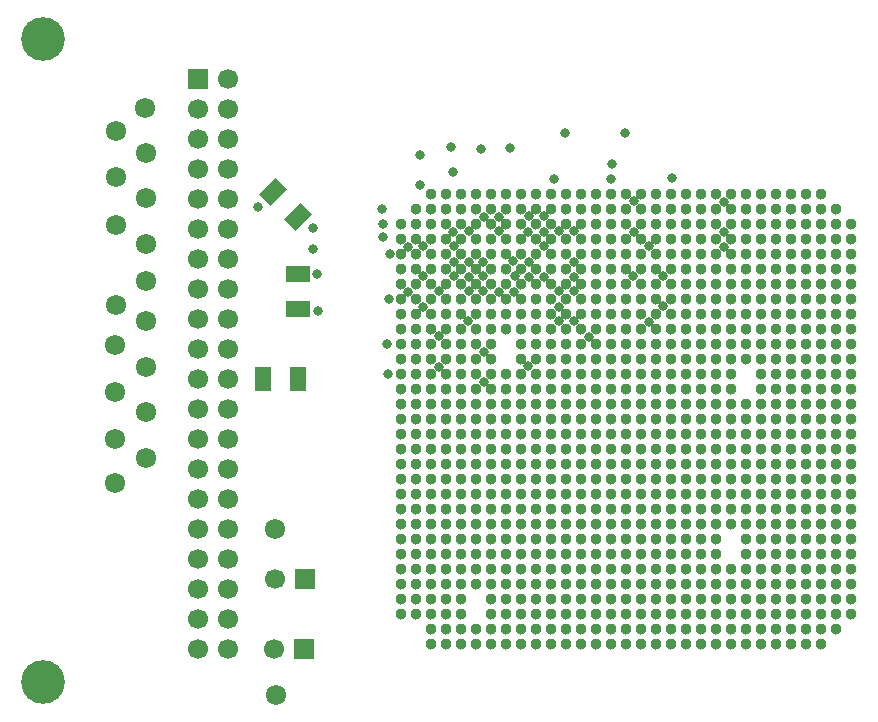
<source format=gts>
%FSLAX44Y44*%
%MOMM*%
G71*
G01*
G75*
G04 Layer_Color=8388736*
%ADD10R,1.8000X1.1500*%
%ADD11C,0.7620*%
G04:AMPARAMS|DCode=12|XSize=1.15mm|YSize=1.8mm|CornerRadius=0mm|HoleSize=0mm|Usage=FLASHONLY|Rotation=135.000|XOffset=0mm|YOffset=0mm|HoleType=Round|Shape=Rectangle|*
%AMROTATEDRECTD12*
4,1,4,1.0430,0.2298,-0.2298,-1.0430,-1.0430,-0.2298,0.2298,1.0430,1.0430,0.2298,0.0*
%
%ADD12ROTATEDRECTD12*%

%ADD13R,1.1500X1.8000*%
%ADD14C,0.1500*%
%ADD15C,1.5000*%
%ADD16R,1.5000X1.5000*%
%ADD17R,1.5000X1.5000*%
%ADD18C,1.5240*%
%ADD19C,3.5000*%
%ADD20C,0.6000*%
%ADD21R,1.7000X1.1000*%
%ADD22R,1.1000X1.7000*%
G04:AMPARAMS|DCode=23|XSize=1.7mm|YSize=1.1mm|CornerRadius=0mm|HoleSize=0mm|Usage=FLASHONLY|Rotation=45.000|XOffset=0mm|YOffset=0mm|HoleType=Round|Shape=Rectangle|*
%AMROTATEDRECTD23*
4,1,4,-0.2121,-0.9900,-0.9900,-0.2121,0.2121,0.9900,0.9900,0.2121,-0.2121,-0.9900,0.0*
%
%ADD23ROTATEDRECTD23*%

%ADD24C,0.6000*%
%ADD25C,0.1000*%
%ADD26C,0.2540*%
%ADD27C,0.2000*%
%ADD28C,0.0178*%
%ADD29C,0.2032*%
%ADD30R,2.0000X1.3500*%
%ADD31C,0.9620*%
G04:AMPARAMS|DCode=32|XSize=1.35mm|YSize=2mm|CornerRadius=0mm|HoleSize=0mm|Usage=FLASHONLY|Rotation=135.000|XOffset=0mm|YOffset=0mm|HoleType=Round|Shape=Rectangle|*
%AMROTATEDRECTD32*
4,1,4,1.1844,0.2298,-0.2298,-1.1844,-1.1844,-0.2298,0.2298,1.1844,1.1844,0.2298,0.0*
%
%ADD32ROTATEDRECTD32*%

%ADD33R,1.3500X2.0000*%
%ADD34C,1.7000*%
%ADD35R,1.7000X1.7000*%
%ADD36R,1.7000X1.7000*%
%ADD37C,1.7240*%
%ADD38C,3.7000*%
%ADD39C,0.8000*%
D30*
X615724Y853412D02*
D03*
Y883412D02*
D03*
D31*
X702818Y849376D02*
D03*
X715518D02*
D03*
X702818Y874776D02*
D03*
X715518D02*
D03*
Y862076D02*
D03*
X728218D02*
D03*
X779018Y874776D02*
D03*
X791718D02*
D03*
X829818Y849376D02*
D03*
X842518D02*
D03*
X1071118Y582676D02*
D03*
X1058418D02*
D03*
X1045718D02*
D03*
X1033018D02*
D03*
X1020318D02*
D03*
X1007618D02*
D03*
X994918D02*
D03*
X982218D02*
D03*
X969518D02*
D03*
X956818D02*
D03*
X944118D02*
D03*
X931418D02*
D03*
X918718D02*
D03*
X906018D02*
D03*
X893318D02*
D03*
X880618D02*
D03*
X867918D02*
D03*
X855218D02*
D03*
X842518D02*
D03*
X829818D02*
D03*
X817118D02*
D03*
X804418D02*
D03*
X791718D02*
D03*
X779018D02*
D03*
X766318D02*
D03*
X753618D02*
D03*
X740918D02*
D03*
X728218D02*
D03*
Y950976D02*
D03*
X740918D02*
D03*
X753618D02*
D03*
X766318D02*
D03*
X779018D02*
D03*
X791718D02*
D03*
X804418D02*
D03*
X817118D02*
D03*
X829818D02*
D03*
X842518D02*
D03*
X855218D02*
D03*
X867918D02*
D03*
X880618D02*
D03*
X893318D02*
D03*
X906018D02*
D03*
X918718D02*
D03*
X931418D02*
D03*
X944118D02*
D03*
X956818D02*
D03*
X969518D02*
D03*
X982218D02*
D03*
X994918D02*
D03*
X1007618D02*
D03*
X1020318D02*
D03*
X1033018D02*
D03*
X1045718D02*
D03*
X1058418D02*
D03*
X715518Y938276D02*
D03*
X728218D02*
D03*
X740918D02*
D03*
X753618D02*
D03*
X766318D02*
D03*
X779018D02*
D03*
X791718D02*
D03*
X804418D02*
D03*
X817118D02*
D03*
X829818D02*
D03*
X842518D02*
D03*
X855218D02*
D03*
X867918D02*
D03*
X880618D02*
D03*
X893318D02*
D03*
X906018D02*
D03*
X918718D02*
D03*
X931418D02*
D03*
X944118D02*
D03*
X956818D02*
D03*
X969518D02*
D03*
X982218D02*
D03*
X994918D02*
D03*
X1007618D02*
D03*
X1020318D02*
D03*
X1033018D02*
D03*
X1045718D02*
D03*
X1058418D02*
D03*
X1071118D02*
D03*
X855218Y925576D02*
D03*
X867918D02*
D03*
X880618D02*
D03*
X893318D02*
D03*
X906018D02*
D03*
X918718D02*
D03*
X931418D02*
D03*
X944118D02*
D03*
X956818D02*
D03*
X969518D02*
D03*
X982218D02*
D03*
X994918D02*
D03*
X1007618D02*
D03*
X1020318D02*
D03*
X1033018D02*
D03*
X1045718D02*
D03*
X1058418D02*
D03*
X1071118D02*
D03*
X1083818D02*
D03*
X855218Y912876D02*
D03*
X867918D02*
D03*
X880618D02*
D03*
X893318D02*
D03*
X906018D02*
D03*
X918718D02*
D03*
X931418D02*
D03*
X944118D02*
D03*
X956818D02*
D03*
X969518D02*
D03*
X982218D02*
D03*
X994918D02*
D03*
X1007618D02*
D03*
X1020318D02*
D03*
X1033018D02*
D03*
X1045718D02*
D03*
X1058418D02*
D03*
X1071118D02*
D03*
X1083818D02*
D03*
X855218Y900176D02*
D03*
X867918D02*
D03*
X880618D02*
D03*
X893318D02*
D03*
X906018D02*
D03*
X918718D02*
D03*
X931418D02*
D03*
X944118D02*
D03*
X956818D02*
D03*
X969518D02*
D03*
X982218D02*
D03*
X994918D02*
D03*
X1007618D02*
D03*
X1020318D02*
D03*
X1033018D02*
D03*
X1045718D02*
D03*
X1058418D02*
D03*
X1071118D02*
D03*
X1083818D02*
D03*
X855218Y887476D02*
D03*
X867918D02*
D03*
X880618D02*
D03*
X893318D02*
D03*
X906018D02*
D03*
X918718D02*
D03*
X931418D02*
D03*
X944118D02*
D03*
X956818D02*
D03*
X969518D02*
D03*
X982218D02*
D03*
X994918D02*
D03*
X1007618D02*
D03*
X1020318D02*
D03*
X1033018D02*
D03*
X1045718D02*
D03*
X1058418D02*
D03*
X1071118D02*
D03*
X1083818D02*
D03*
X855218Y874776D02*
D03*
X867918D02*
D03*
X880618D02*
D03*
X893318D02*
D03*
X906018D02*
D03*
X918718D02*
D03*
X931418D02*
D03*
X944118D02*
D03*
X956818D02*
D03*
X969518D02*
D03*
X982218D02*
D03*
X994918D02*
D03*
X1007618D02*
D03*
X1020318D02*
D03*
X1033018D02*
D03*
X1045718D02*
D03*
X1058418D02*
D03*
X1071118D02*
D03*
X1083818D02*
D03*
X855218Y862076D02*
D03*
X867918D02*
D03*
X880618D02*
D03*
X893318D02*
D03*
X906018D02*
D03*
X918718D02*
D03*
X931418D02*
D03*
X944118D02*
D03*
X956818D02*
D03*
X969518D02*
D03*
X982218D02*
D03*
X994918D02*
D03*
X1007618D02*
D03*
X1020318D02*
D03*
X1033018D02*
D03*
X1045718D02*
D03*
X1058418D02*
D03*
X1071118D02*
D03*
X1083818D02*
D03*
X855218Y849376D02*
D03*
X867918D02*
D03*
X880618D02*
D03*
X893318D02*
D03*
X906018D02*
D03*
X918718D02*
D03*
X931418D02*
D03*
X944118D02*
D03*
X956818D02*
D03*
X969518D02*
D03*
X982218D02*
D03*
X994918D02*
D03*
X1007618D02*
D03*
X1020318D02*
D03*
X1033018D02*
D03*
X1045718D02*
D03*
X1058418D02*
D03*
X1071118D02*
D03*
X1083818D02*
D03*
X702818Y836676D02*
D03*
X715518D02*
D03*
X842518D02*
D03*
X855218D02*
D03*
X867918D02*
D03*
X880618D02*
D03*
X893318D02*
D03*
X906018D02*
D03*
X918718D02*
D03*
X931418D02*
D03*
X944118D02*
D03*
X956818D02*
D03*
X969518D02*
D03*
X982218D02*
D03*
X994918D02*
D03*
X1007618D02*
D03*
X1020318D02*
D03*
X1033018D02*
D03*
X1045718D02*
D03*
X1058418D02*
D03*
X1071118D02*
D03*
X1083818D02*
D03*
X702818Y823976D02*
D03*
X715518D02*
D03*
X728218D02*
D03*
X740918D02*
D03*
X753618D02*
D03*
X766318D02*
D03*
X779018D02*
D03*
X804418D02*
D03*
X817118D02*
D03*
X829818D02*
D03*
X842518D02*
D03*
X855218D02*
D03*
X867918D02*
D03*
X880618D02*
D03*
X893318D02*
D03*
X906018D02*
D03*
X918718D02*
D03*
X931418D02*
D03*
X944118D02*
D03*
X956818D02*
D03*
X969518D02*
D03*
X982218D02*
D03*
X994918D02*
D03*
X1007618D02*
D03*
X1020318D02*
D03*
X1033018D02*
D03*
X1045718D02*
D03*
X1058418D02*
D03*
X1071118D02*
D03*
X1083818D02*
D03*
X702818Y811276D02*
D03*
X715518D02*
D03*
X728218D02*
D03*
X740918D02*
D03*
X753618D02*
D03*
X766318D02*
D03*
X779018D02*
D03*
X804418D02*
D03*
X817118D02*
D03*
X829818D02*
D03*
X842518D02*
D03*
X855218D02*
D03*
X867918D02*
D03*
X880618D02*
D03*
X893318D02*
D03*
X906018D02*
D03*
X918718D02*
D03*
X931418D02*
D03*
X944118D02*
D03*
X956818D02*
D03*
X969518D02*
D03*
X982218D02*
D03*
X994918D02*
D03*
X1007618D02*
D03*
X1020318D02*
D03*
X1033018D02*
D03*
X1045718D02*
D03*
X1058418D02*
D03*
X1071118D02*
D03*
X1083818D02*
D03*
X702818Y798576D02*
D03*
X715518D02*
D03*
X728218D02*
D03*
X740918D02*
D03*
X753618D02*
D03*
X766318D02*
D03*
X779018D02*
D03*
X791718D02*
D03*
X804418D02*
D03*
X817118D02*
D03*
X829818D02*
D03*
X842518D02*
D03*
X855218D02*
D03*
X867918D02*
D03*
X880618D02*
D03*
X893318D02*
D03*
X906018D02*
D03*
X918718D02*
D03*
X931418D02*
D03*
X944118D02*
D03*
X956818D02*
D03*
X969518D02*
D03*
X982218D02*
D03*
X1007618D02*
D03*
X1020318D02*
D03*
X1033018D02*
D03*
X1045718D02*
D03*
X1058418D02*
D03*
X1071118D02*
D03*
X1083818D02*
D03*
X702818Y785876D02*
D03*
X715518D02*
D03*
X728218D02*
D03*
X740918D02*
D03*
X753618D02*
D03*
X766318D02*
D03*
X779018D02*
D03*
X791718D02*
D03*
X804418D02*
D03*
X817118D02*
D03*
X829818D02*
D03*
X842518D02*
D03*
X855218D02*
D03*
X867918D02*
D03*
X880618D02*
D03*
X893318D02*
D03*
X906018D02*
D03*
X918718D02*
D03*
X931418D02*
D03*
X944118D02*
D03*
X956818D02*
D03*
X969518D02*
D03*
X982218D02*
D03*
X1007618D02*
D03*
X1020318D02*
D03*
X1033018D02*
D03*
X1045718D02*
D03*
X1058418D02*
D03*
X1071118D02*
D03*
X1083818D02*
D03*
X702818Y773176D02*
D03*
X715518D02*
D03*
X728218D02*
D03*
X740918D02*
D03*
X753618D02*
D03*
X766318D02*
D03*
X779018D02*
D03*
X791718D02*
D03*
X804418D02*
D03*
X817118D02*
D03*
X829818D02*
D03*
X842518D02*
D03*
X855218D02*
D03*
X867918D02*
D03*
X880618D02*
D03*
X893318D02*
D03*
X906018D02*
D03*
X918718D02*
D03*
X931418D02*
D03*
X944118D02*
D03*
X956818D02*
D03*
X969518D02*
D03*
X982218D02*
D03*
X994918D02*
D03*
X1007618D02*
D03*
X1020318D02*
D03*
X1033018D02*
D03*
X1045718D02*
D03*
X1058418D02*
D03*
X1071118D02*
D03*
X1083818D02*
D03*
X702818Y760476D02*
D03*
X715518D02*
D03*
X728218D02*
D03*
X740918D02*
D03*
X753618D02*
D03*
X766318D02*
D03*
X779018D02*
D03*
X791718D02*
D03*
X804418D02*
D03*
X817118D02*
D03*
X829818D02*
D03*
X842518D02*
D03*
X855218D02*
D03*
X867918D02*
D03*
X880618D02*
D03*
X893318D02*
D03*
X906018D02*
D03*
X918718D02*
D03*
X931418D02*
D03*
X944118D02*
D03*
X956818D02*
D03*
X969518D02*
D03*
X982218D02*
D03*
X994918D02*
D03*
X1007618D02*
D03*
X1020318D02*
D03*
X1033018D02*
D03*
X1045718D02*
D03*
X1058418D02*
D03*
X1071118D02*
D03*
X1083818D02*
D03*
X702818Y747776D02*
D03*
X715518D02*
D03*
X728218D02*
D03*
X740918D02*
D03*
X753618D02*
D03*
X766318D02*
D03*
X779018D02*
D03*
X791718D02*
D03*
X804418D02*
D03*
X817118D02*
D03*
X829818D02*
D03*
X842518D02*
D03*
X855218D02*
D03*
X867918D02*
D03*
X880618D02*
D03*
X893318D02*
D03*
X906018D02*
D03*
X918718D02*
D03*
X931418D02*
D03*
X944118D02*
D03*
X956818D02*
D03*
X969518D02*
D03*
X982218D02*
D03*
X994918D02*
D03*
X1007618D02*
D03*
X1020318D02*
D03*
X1033018D02*
D03*
X1045718D02*
D03*
X1058418D02*
D03*
X1071118D02*
D03*
X1083818D02*
D03*
X702818Y735076D02*
D03*
X715518D02*
D03*
X728218D02*
D03*
X740918D02*
D03*
X753618D02*
D03*
X766318D02*
D03*
X779018D02*
D03*
X791718D02*
D03*
X804418D02*
D03*
X817118D02*
D03*
X829818D02*
D03*
X842518D02*
D03*
X855218D02*
D03*
X867918D02*
D03*
X880618D02*
D03*
X893318D02*
D03*
X906018D02*
D03*
X918718D02*
D03*
X931418D02*
D03*
X944118D02*
D03*
X956818D02*
D03*
X969518D02*
D03*
X982218D02*
D03*
X994918D02*
D03*
X1007618D02*
D03*
X1020318D02*
D03*
X1033018D02*
D03*
X1045718D02*
D03*
X1058418D02*
D03*
X1071118D02*
D03*
X1083818D02*
D03*
X702818Y722376D02*
D03*
X715518D02*
D03*
X728218D02*
D03*
X740918D02*
D03*
X753618D02*
D03*
X766318D02*
D03*
X779018D02*
D03*
X791718D02*
D03*
X804418D02*
D03*
X817118D02*
D03*
X829818D02*
D03*
X842518D02*
D03*
X855218D02*
D03*
X867918D02*
D03*
X880618D02*
D03*
X893318D02*
D03*
X906018D02*
D03*
X918718D02*
D03*
X931418D02*
D03*
X944118D02*
D03*
X956818D02*
D03*
X969518D02*
D03*
X982218D02*
D03*
X994918D02*
D03*
X1007618D02*
D03*
X1020318D02*
D03*
X1033018D02*
D03*
X1045718D02*
D03*
X1058418D02*
D03*
X1071118D02*
D03*
X1083818D02*
D03*
X702818Y709676D02*
D03*
X715518D02*
D03*
X728218D02*
D03*
X740918D02*
D03*
X753618D02*
D03*
X766318D02*
D03*
X779018D02*
D03*
X791718D02*
D03*
X804418D02*
D03*
X817118D02*
D03*
X829818D02*
D03*
X842518D02*
D03*
X855218D02*
D03*
X867918D02*
D03*
X880618D02*
D03*
X893318D02*
D03*
X906018D02*
D03*
X918718D02*
D03*
X931418D02*
D03*
X944118D02*
D03*
X956818D02*
D03*
X969518D02*
D03*
X982218D02*
D03*
X994918D02*
D03*
X1007618D02*
D03*
X1020318D02*
D03*
X1033018D02*
D03*
X1045718D02*
D03*
X1058418D02*
D03*
X1071118D02*
D03*
X1083818D02*
D03*
X702818Y696976D02*
D03*
X715518D02*
D03*
X728218D02*
D03*
X740918D02*
D03*
X753618D02*
D03*
X766318D02*
D03*
X779018D02*
D03*
X791718D02*
D03*
X804418D02*
D03*
X817118D02*
D03*
X829818D02*
D03*
X842518D02*
D03*
X855218D02*
D03*
X867918D02*
D03*
X880618D02*
D03*
X893318D02*
D03*
X906018D02*
D03*
X918718D02*
D03*
X931418D02*
D03*
X944118D02*
D03*
X956818D02*
D03*
X969518D02*
D03*
X982218D02*
D03*
X994918D02*
D03*
X1007618D02*
D03*
X1020318D02*
D03*
X1033018D02*
D03*
X1045718D02*
D03*
X1058418D02*
D03*
X1071118D02*
D03*
X1083818D02*
D03*
X702818Y684276D02*
D03*
X715518D02*
D03*
X728218D02*
D03*
X740918D02*
D03*
X753618D02*
D03*
X766318D02*
D03*
X779018D02*
D03*
X791718D02*
D03*
X804418D02*
D03*
X817118D02*
D03*
X829818D02*
D03*
X842518D02*
D03*
X855218D02*
D03*
X867918D02*
D03*
X880618D02*
D03*
X893318D02*
D03*
X906018D02*
D03*
X918718D02*
D03*
X931418D02*
D03*
X944118D02*
D03*
X956818D02*
D03*
X969518D02*
D03*
X982218D02*
D03*
X994918D02*
D03*
X1007618D02*
D03*
X1020318D02*
D03*
X1033018D02*
D03*
X1045718D02*
D03*
X1058418D02*
D03*
X1071118D02*
D03*
X1083818D02*
D03*
X702818Y671576D02*
D03*
X715518D02*
D03*
X728218D02*
D03*
X740918D02*
D03*
X753618D02*
D03*
X766318D02*
D03*
X779018D02*
D03*
X791718D02*
D03*
X804418D02*
D03*
X817118D02*
D03*
X829818D02*
D03*
X842518D02*
D03*
X855218D02*
D03*
X867918D02*
D03*
X880618D02*
D03*
X893318D02*
D03*
X906018D02*
D03*
X918718D02*
D03*
X931418D02*
D03*
X944118D02*
D03*
X956818D02*
D03*
X969518D02*
D03*
X982218D02*
D03*
X994918D02*
D03*
X1007618D02*
D03*
X1020318D02*
D03*
X1033018D02*
D03*
X1045718D02*
D03*
X1058418D02*
D03*
X1071118D02*
D03*
X1083818D02*
D03*
X702818Y658876D02*
D03*
X715518D02*
D03*
X728218D02*
D03*
X740918D02*
D03*
X753618D02*
D03*
X766318D02*
D03*
X779018D02*
D03*
X791718D02*
D03*
X804418D02*
D03*
X817118D02*
D03*
X829818D02*
D03*
X842518D02*
D03*
X855218D02*
D03*
X867918D02*
D03*
X880618D02*
D03*
X893318D02*
D03*
X906018D02*
D03*
X918718D02*
D03*
X931418D02*
D03*
X944118D02*
D03*
X956818D02*
D03*
X969518D02*
D03*
X994918D02*
D03*
X1007618D02*
D03*
X1020318D02*
D03*
X1033018D02*
D03*
X1045718D02*
D03*
X1058418D02*
D03*
X1071118D02*
D03*
X1083818D02*
D03*
X702818Y646176D02*
D03*
X715518D02*
D03*
X728218D02*
D03*
X740918D02*
D03*
X753618D02*
D03*
X766318D02*
D03*
X779018D02*
D03*
X791718D02*
D03*
X804418D02*
D03*
X817118D02*
D03*
X829818D02*
D03*
X842518D02*
D03*
X855218D02*
D03*
X867918D02*
D03*
X880618D02*
D03*
X893318D02*
D03*
X906018D02*
D03*
X918718D02*
D03*
X931418D02*
D03*
X944118D02*
D03*
X956818D02*
D03*
X969518D02*
D03*
X994918D02*
D03*
X1007618D02*
D03*
X1020318D02*
D03*
X1033018D02*
D03*
X1045718D02*
D03*
X1058418D02*
D03*
X1071118D02*
D03*
X1083818D02*
D03*
X702818Y633476D02*
D03*
X715518D02*
D03*
X728218D02*
D03*
X740918D02*
D03*
X753618D02*
D03*
X766318D02*
D03*
X779018D02*
D03*
X791718D02*
D03*
X804418D02*
D03*
X817118D02*
D03*
X829818D02*
D03*
X842518D02*
D03*
X855218D02*
D03*
X867918D02*
D03*
X880618D02*
D03*
X893318D02*
D03*
X906018D02*
D03*
X918718D02*
D03*
X931418D02*
D03*
X944118D02*
D03*
X956818D02*
D03*
X969518D02*
D03*
X982218D02*
D03*
X994918D02*
D03*
X1007618D02*
D03*
X1020318D02*
D03*
X1033018D02*
D03*
X1045718D02*
D03*
X1058418D02*
D03*
X1071118D02*
D03*
X1083818D02*
D03*
X702818Y620776D02*
D03*
X715518D02*
D03*
X728218D02*
D03*
X740918D02*
D03*
X753618D02*
D03*
X766318D02*
D03*
X779018D02*
D03*
X791718D02*
D03*
X804418D02*
D03*
X817118D02*
D03*
X829818D02*
D03*
X842518D02*
D03*
X855218D02*
D03*
X867918D02*
D03*
X880618D02*
D03*
X893318D02*
D03*
X906018D02*
D03*
X918718D02*
D03*
X931418D02*
D03*
X944118D02*
D03*
X956818D02*
D03*
X969518D02*
D03*
X982218D02*
D03*
X994918D02*
D03*
X1007618D02*
D03*
X1020318D02*
D03*
X1033018D02*
D03*
X1045718D02*
D03*
X1058418D02*
D03*
X1071118D02*
D03*
X1083818D02*
D03*
X702818Y608076D02*
D03*
X715518D02*
D03*
X728218D02*
D03*
X740918D02*
D03*
X753618D02*
D03*
X779018D02*
D03*
X791718D02*
D03*
X804418D02*
D03*
X817118D02*
D03*
X829818D02*
D03*
X842518D02*
D03*
X855218D02*
D03*
X867918D02*
D03*
X880618D02*
D03*
X893318D02*
D03*
X906018D02*
D03*
X918718D02*
D03*
X931418D02*
D03*
X944118D02*
D03*
X956818D02*
D03*
X969518D02*
D03*
X982218D02*
D03*
X994918D02*
D03*
X1007618D02*
D03*
X1020318D02*
D03*
X1033018D02*
D03*
X1045718D02*
D03*
X1058418D02*
D03*
X1071118D02*
D03*
X1083818D02*
D03*
X702818Y595376D02*
D03*
X715518D02*
D03*
X728218D02*
D03*
X740918D02*
D03*
X753618D02*
D03*
X779018D02*
D03*
X791718D02*
D03*
X804418D02*
D03*
X817118D02*
D03*
X829818D02*
D03*
X842518D02*
D03*
X855218D02*
D03*
X867918D02*
D03*
X880618D02*
D03*
X893318D02*
D03*
X906018D02*
D03*
X918718D02*
D03*
X931418D02*
D03*
X944118D02*
D03*
X956818D02*
D03*
X969518D02*
D03*
X982218D02*
D03*
X994918D02*
D03*
X1007618D02*
D03*
X1020318D02*
D03*
X1033018D02*
D03*
X1045718D02*
D03*
X1058418D02*
D03*
X1071118D02*
D03*
X1083818D02*
D03*
X728218Y569976D02*
D03*
X740918D02*
D03*
X753618D02*
D03*
X766318D02*
D03*
X779018D02*
D03*
X791718D02*
D03*
X804418D02*
D03*
X817118D02*
D03*
X829818D02*
D03*
X842518D02*
D03*
X855218D02*
D03*
X867918D02*
D03*
X880618D02*
D03*
X893318D02*
D03*
X906018D02*
D03*
X918718D02*
D03*
X931418D02*
D03*
X944118D02*
D03*
X956818D02*
D03*
X969518D02*
D03*
X982218D02*
D03*
X994918D02*
D03*
X1007618D02*
D03*
X1020318D02*
D03*
X1033018D02*
D03*
X1045718D02*
D03*
X1058418D02*
D03*
X728218Y836676D02*
D03*
X740918D02*
D03*
X753618D02*
D03*
X766318D02*
D03*
X779018D02*
D03*
X791718D02*
D03*
X804418D02*
D03*
X817118D02*
D03*
X829818D02*
D03*
X817118Y849376D02*
D03*
X804418D02*
D03*
X791718D02*
D03*
X779018D02*
D03*
X766318D02*
D03*
X753618D02*
D03*
X740918D02*
D03*
X728218D02*
D03*
X829818Y874776D02*
D03*
X817118D02*
D03*
X804418D02*
D03*
X766318D02*
D03*
X753618D02*
D03*
X740918D02*
D03*
X728218D02*
D03*
X829818Y887476D02*
D03*
X817118D02*
D03*
X804418D02*
D03*
X791718D02*
D03*
X779018D02*
D03*
X766318D02*
D03*
X753618D02*
D03*
X740918D02*
D03*
X728218D02*
D03*
X715518D02*
D03*
X702818D02*
D03*
X829818Y900176D02*
D03*
X817118D02*
D03*
X804418D02*
D03*
X791718D02*
D03*
X779018D02*
D03*
X766318D02*
D03*
X753618D02*
D03*
X740918D02*
D03*
X728218D02*
D03*
X715518D02*
D03*
X702818D02*
D03*
X829818Y912876D02*
D03*
X817118D02*
D03*
X804418D02*
D03*
X791718D02*
D03*
X779018D02*
D03*
X766318D02*
D03*
X753618D02*
D03*
X740918D02*
D03*
X728218D02*
D03*
X715518D02*
D03*
X702818D02*
D03*
X829818Y925576D02*
D03*
X817118D02*
D03*
X804418D02*
D03*
X791718D02*
D03*
X779018D02*
D03*
X766318D02*
D03*
X753618D02*
D03*
X740918D02*
D03*
X728218D02*
D03*
X715518D02*
D03*
X702818D02*
D03*
X842518Y874776D02*
D03*
Y887476D02*
D03*
Y900176D02*
D03*
Y912876D02*
D03*
Y925576D02*
D03*
Y862076D02*
D03*
X702818D02*
D03*
X740918D02*
D03*
X753618D02*
D03*
X766318D02*
D03*
X779018D02*
D03*
X791718D02*
D03*
X804418D02*
D03*
X817118D02*
D03*
X829818D02*
D03*
D32*
X615442Y931418D02*
D03*
X594229Y952631D02*
D03*
D33*
X585696Y794004D02*
D03*
X615696D02*
D03*
D34*
X556514Y641858D02*
D03*
Y667258D02*
D03*
Y591058D02*
D03*
Y616458D02*
D03*
Y743458D02*
D03*
Y768858D02*
D03*
Y565658D02*
D03*
X531114D02*
D03*
Y591058D02*
D03*
Y616458D02*
D03*
Y641858D02*
D03*
Y667258D02*
D03*
X556514Y692658D02*
D03*
X531114D02*
D03*
X556514Y718058D02*
D03*
X531114D02*
D03*
Y743458D02*
D03*
Y768858D02*
D03*
X556514Y794258D02*
D03*
X531114D02*
D03*
X556514Y819658D02*
D03*
X531114D02*
D03*
X556514Y845058D02*
D03*
X531114D02*
D03*
X556514Y870458D02*
D03*
X531114D02*
D03*
X556514Y895858D02*
D03*
X531114D02*
D03*
X556514Y921258D02*
D03*
X531114D02*
D03*
X556514Y946658D02*
D03*
X531114D02*
D03*
X556514Y972058D02*
D03*
X531114D02*
D03*
X556514Y997458D02*
D03*
X531114D02*
D03*
X556514Y1022858D02*
D03*
X531114D02*
D03*
X556514Y1048258D02*
D03*
X595122Y565658D02*
D03*
X596138Y625348D02*
D03*
D35*
X531114Y1048258D02*
D03*
D36*
X620522Y565658D02*
D03*
X621538Y625348D02*
D03*
D37*
X486410Y727456D02*
D03*
Y765979D02*
D03*
Y804503D02*
D03*
X460756Y783590D02*
D03*
X595884Y667004D02*
D03*
X596900Y527050D02*
D03*
X460756Y706120D02*
D03*
X486410Y843026D02*
D03*
X460756Y822960D02*
D03*
Y743458D02*
D03*
X461010Y924814D02*
D03*
Y1004316D02*
D03*
X485902Y1024128D02*
D03*
X461010Y964946D02*
D03*
X486664Y985859D02*
D03*
Y947335D02*
D03*
Y908812D02*
D03*
X461264Y857250D02*
D03*
X486918Y877316D02*
D03*
D38*
X399310Y1082320D02*
D03*
Y537840D02*
D03*
D39*
X797814Y893826D02*
D03*
X760222Y893572D02*
D03*
X747522D02*
D03*
X627888Y922528D02*
D03*
X721500Y855500D02*
D03*
X708914Y867918D02*
D03*
X631952Y852170D02*
D03*
X631444Y883158D02*
D03*
X721060Y906526D02*
D03*
X747268Y881380D02*
D03*
X687578Y914654D02*
D03*
X721614Y881380D02*
D03*
X708660Y906272D02*
D03*
X848868Y843026D02*
D03*
X836168D02*
D03*
X785622Y868172D02*
D03*
X798576D02*
D03*
X686694Y937806D02*
D03*
X772160Y881126D02*
D03*
X798830D02*
D03*
X747268Y907034D02*
D03*
X785622Y931418D02*
D03*
X849122Y893572D02*
D03*
X848868Y919480D02*
D03*
X628500Y904500D02*
D03*
X581500Y939500D02*
D03*
X760000Y868500D02*
D03*
X772500Y817500D02*
D03*
X734500Y830500D02*
D03*
X899500Y918500D02*
D03*
Y945000D02*
D03*
X881000Y976000D02*
D03*
X832000Y964000D02*
D03*
X718820Y983996D02*
D03*
X772500Y931500D02*
D03*
X759500Y843000D02*
D03*
X772414Y868426D02*
D03*
X810998Y893498D02*
D03*
X811000Y881000D02*
D03*
X785368Y919988D02*
D03*
X760000Y919500D02*
D03*
Y881000D02*
D03*
X772414Y893572D02*
D03*
X691642Y798322D02*
D03*
X692658Y861822D02*
D03*
X718820Y958850D02*
D03*
X747000Y919000D02*
D03*
X770000Y989000D02*
D03*
X746506Y969518D02*
D03*
X810498Y918998D02*
D03*
X811000Y932000D02*
D03*
X824000Y906500D02*
D03*
X823500Y919000D02*
D03*
Y881000D02*
D03*
X848998Y880998D02*
D03*
X849498Y868498D02*
D03*
X836168Y855472D02*
D03*
X836000Y868500D02*
D03*
X899414Y881380D02*
D03*
X912368Y842772D02*
D03*
X976122Y906272D02*
D03*
X836422Y919480D02*
D03*
X823468Y931926D02*
D03*
X932180Y964184D02*
D03*
X892500Y1002500D02*
D03*
X841500D02*
D03*
X794512Y989838D02*
D03*
X744728Y990346D02*
D03*
X687324Y925830D02*
D03*
X692912Y899922D02*
D03*
X810260Y805180D02*
D03*
X861568Y830072D02*
D03*
X880618Y963676D02*
D03*
X735000Y804500D02*
D03*
X690880Y823722D02*
D03*
X924814Y881126D02*
D03*
X975868Y918972D02*
D03*
X912368Y906526D02*
D03*
X773000Y792000D02*
D03*
X924814Y855980D02*
D03*
X975868Y944372D02*
D03*
X734568Y868426D02*
D03*
M02*

</source>
